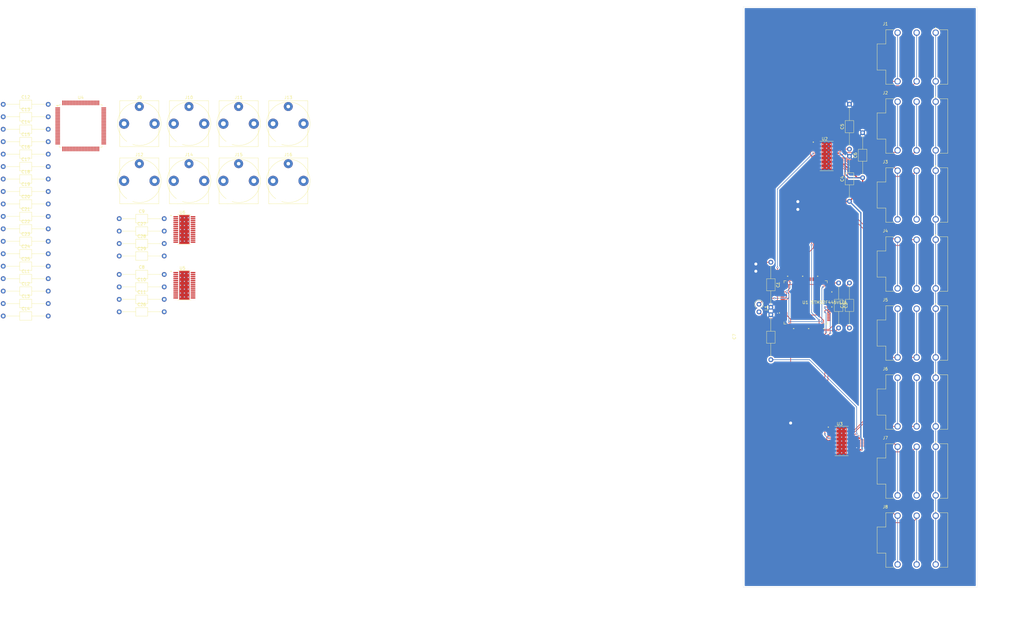
<source format=kicad_pcb>
(kicad_pcb (version 20241229) (generator "pcbnew") (generator_version "9.0")
  (layers (0 "F.Cu" signal) (2 "B.Cu" signal) (13 "F.Paste" user) (15 "B.Paste" user) (5 "F.SilkS" user "F.Silkscreen") (7 "B.SilkS" user "B.Silkscreen") (1 "F.Mask" user) (3 "B.Mask" user) (25 "Edge.Cuts" user))
  (net 0 "")
  (net 1 "GNDA")
  (net 2 "+3.3VA")
  (net 3 "+3.3V")
  (net 4 "Net-(U1C-VCAP_1)")
  (net 5 "Net-(U1C-VCAP_2)")
  (net 6 "+5VA")
  (net 7 "Net-(U2-VCOM)")
  (net 8 "Net-(U3-VCOM)")
  (net 9 "Earth")
  (net 10 "/1L")
  (net 11 "/1R")
  (net 12 "/2R")
  (net 13 "/2L")
  (net 14 "/3L")
  (net 15 "/3R")
  (net 16 "/4R")
  (net 17 "/4L")
  (net 18 "/5L")
  (net 19 "/5R")
  (net 20 "/6R")
  (net 21 "/6L")
  (net 22 "/7R")
  (net 23 "/7L")
  (net 24 "/8L")
  (net 25 "/8R")
  (net 26 "Net-(U1C-VREF+)")
  (net 37 "/SAI1_MCLK_A")
  (net 53 "/SAI1_FS_A")
  (net 91 "Net-(U1A-PD13)")
  (net 101 "/SAI1_SCK_A")
  (net 102 "/SAI1_SD_A")
  (net 107 "Net-(U1A-PD11)")
  (net 109 "/SAI2_MCLK_A")
  (net 110 "Net-(U2-EXP-Pad29)")
  (net 120 "Net-(U3-EXP-Pad29)")
  (net 130 "VCOM")
  (net 131 "GNDD")
  (net 132 "Net-(U4-VCAP_1)")
  (net 133 "Net-(U4-VCAP_2)")
  (net 134 "VREF+")
  (net 135 "NRST")
  (net 136 "/STM32F446VET6/OSC32_IN")
  (net 137 "/STM32F446VET6/OSC32_OUT")
  (net 138 "/STM32F446VET6/OSC_IN")
  (net 139 "/STM32F446VET6/OSC_OUT")
  (net 140 "/NMJ6HCD2_1/6R")
  (net 141 "/NMJ6HCD2_1/6L")
  (net 142 "/NMJ6HCD2_1/7R")
  (net 143 "/NMJ6HCD2_1/7L")
  (net 144 "/NMJ6HCD2_1/8L")
  (net 145 "/NMJ6HCD2_1/8R")
  (net 146 "/NMJ6HCD2_2/5L")
  (net 147 "/NMJ6HCD2_2/5R")
  (net 148 "/NMJ6HCD2_1/5L")
  (net 149 "/NMJ6HCD2_1/5R")
  (net 150 "/NMJ6HCD2_2/6L")
  (net 151 "/NMJ6HCD2_2/6R")
  (net 152 "/NMJ6HCD2_2/7L")
  (net 153 "/NMJ6HCD2_2/7R")
  (net 154 "/NMJ6HCD2_2/8L")
  (net 155 "/NMJ6HCD2_2/8R")
  (net 159 "/STM32F446VET6/SPI1_SCK")
  (net 169 "/STM32F446VET6/SYS_JTMS-SWDIO")
  (net 171 "/PCM1681_1/LRCK")
  (net 173 "/PCM1681_1/SCK")
  (net 177 "/PCM1681_1/BCK")
  (net 186 "/PCM1681_1/DATA1")
  (net 198 "BOOT0")
  (net 199 "/STM32F446VET6/CS")
  (net 204 "/PCM1681_2/BCK")
  (net 207 "/PCM1681_2/LRCK")
  (net 210 "/PCM1681_2/DATA1")
  (net 220 "/PCM1681_2/SCK")
  (net 222 "/STM32F446VET6/SPI1_MOSI")
  (net 227 "/STM32F446VET6/SPI1_MISO")
  (net 230 "/STM32F446VET6/SYS_JTCK-SWCLK")
  (net 234 "Net-(U5-EXP-Pad29)")
  (net 237 "/PCM1681_1/VOUT6")
  (net 239 "/PCM1681_1/VOUT1")
  (net 240 "/PCM1681_1/VOUT4")
  (net 242 "/PCM1681_1/VOUT8")
  (net 245 "/PCM1681_1/VOUT3")
  (net 246 "/PCM1681_1/VOUT2")
  (net 249 "/PCM1681_1/VOUT5")
  (net 251 "/PCM1681_1/VOUT7")
  (net 252 "Net-(U6-EXP-Pad29)")
  (footprint "Capacitor_THT:C_Axial_L3.8mm_D2.6mm_P15.00mm_Horizontal" (layer "F.Cu") (at 41.155 62.125)
    (property "Reference" "C15")
    (property "Value" "100n")
  )
  (footprint "Connector_Audio:Jack_6.35mm_Neutrik_NJ3FD-V_Vertical" (layer "F.Cu") (at 103.065 50.405)
    (property "Reference" "J10")
    (property "Value" "NJ3FD-V")
  )
  (footprint "PCM1681PWP:SOP65P640X120-29N" (layer "F.Cu") (at 320.6 161.9)
    (property "Reference" "U3")
    (property "Value" "PCM1681PWP")
  )
  (footprint "NMJ6HCD2:NEUTRIK_NMJ6HCD2" (layer "F.Cu") (at 345.6 33.9)
    (property "Reference" "J1")
    (property "Value" "NMJ6HCD2")
  )
  (footprint "Capacitor_THT:C_Axial_L3.8mm_D2.6mm_P15.00mm_Horizontal" (layer "F.Cu") (at 41.155 66.275)
    (property "Reference" "C16")
    (property "Value" "100n")
  )
  (footprint "Capacitor_THT:C_Axial_L3.8mm_D2.6mm_P15.00mm_Horizontal" (layer "F.Cu") (at 297 134.8 90)
    (property "Reference" "C7")
    (property "Value" "10u")
  )
  (footprint "Capacitor_THT:C_Axial_L3.8mm_D2.6mm_P15.00mm_Horizontal" (layer "F.Cu") (at 323.2 124.2 90)
    (property "Reference" "C3")
    (property "Value" "4,7u")
  )
  (footprint "Capacitor_THT:C_Axial_L3.8mm_D2.6mm_P15.00mm_Horizontal" (layer "F.Cu") (at 41.155 116.075)
    (property "Reference" "CL3")
    (property "Value" "10p")
  )
  (footprint "Capacitor_THT:C_Axial_L3.8mm_D2.6mm_P15.00mm_Horizontal" (layer "F.Cu") (at 323.2 64.6 90)
    (property "Reference" "C5")
    (property "Value" "10u")
  )
  (footprint "Capacitor_THT:C_Axial_L3.8mm_D2.6mm_P15.00mm_Horizontal" (layer "F.Cu") (at 79.815 91.925)
    (property "Reference" "C27")
    (property "Value" "10u")
  )
  (footprint "Connector_Audio:Jack_6.35mm_Neutrik_NJ3FD-V_Vertical" (layer "F.Cu") (at 119.615 50.405)
    (property "Reference" "J11")
    (property "Value" "NJ3FD-V")
  )
  (footprint "Capacitor_THT:C_Axial_L3.8mm_D2.6mm_P15.00mm_Horizontal" (layer "F.Cu") (at 79.815 114.675)
    (property "Reference" "C11")
    (property "Value" "100n")
  )
  (footprint "Capacitor_THT:C_Axial_L3.8mm_D2.6mm_P15.00mm_Horizontal" (layer "F.Cu") (at 41.155 87.025)
    (property "Reference" "C21")
    (property "Value" "100n")
  )
  (footprint "Package_QFP:LQFP-100_14x14mm_P0.5mm" (layer "F.Cu") (at 66.985 56.855)
    (property "Reference" "U4")
    (property "Value" "STM32F446VETx")
  )
  (footprint "Capacitor_THT:C_Axial_L3.8mm_D2.6mm_P15.00mm_Horizontal" (layer "F.Cu") (at 79.815 118.825)
    (property "Reference" "C26")
    (property "Value" "100n")
  )
  (footprint "Capacitor_THT:C_Axial_L3.8mm_D2.6mm_P15.00mm_Horizontal" (layer "F.Cu") (at 79.815 87.775)
    (property "Reference" "C9")
    (property "Value" "100n")
  )
  (footprint "Connector_Audio:Jack_6.35mm_Neutrik_NJ3FD-V_Vertical" (layer "F.Cu") (at 103.065 69.455)
    (property "Reference" "J14")
    (property "Value" "NJ3FD-V")
  )
  (footprint "Capacitor_THT:C_Axial_L3.8mm_D2.6mm_P15.00mm_Horizontal" (layer "F.Cu") (at 41.155 111.925)
    (property "Reference" "CL2")
    (property "Value" "2p")
  )
  (footprint "NMJ6HCD2:NEUTRIK_NMJ6HCD2" (layer "F.Cu") (at 345.6 79.9)
    (property "Reference" "J3")
    (property "Value" "NMJ6HCD2")
  )
  (footprint "NMJ6HCD2:NEUTRIK_NMJ6HCD2" (layer "F.Cu") (at 345.6 125.9)
    (property "Reference" "J5")
    (property "Value" "NMJ6HCD2")
  )
  (footprint "Capacitor_THT:C_Axial_L3.8mm_D2.6mm_P15.00mm_Horizontal" (layer "F.Cu") (at 41.155 82.875)
    (property "Reference" "C20")
    (property "Value" "100n")
  )
  (footprint "Capacitor_THT:C_Axial_L3.8mm_D2.6mm_P15.00mm_Horizontal" (layer "F.Cu") (at 41.155 120.225)
    (property "Reference" "CL4")
    (property "Value" "10p")
  )
  (footprint "Connector_Audio:Jack_6.35mm_Neutrik_NJ3FD-V_Vertical" (layer "F.Cu") (at 119.615 69.455)
    (property "Reference" "J15")
    (property "Value" "NJ3FD-V")
  )
  (footprint "Inductor_THT:L_Axial_L6.6mm_D2.7mm_P2.54mm_Vertical_Vishay_IM-2" (layer "F.Cu") (at 293.05 116.305 -90)
    (property "Reference" "L1")
    (property "Value" "10u")
  )
  (footprint "Capacitor_THT:C_Axial_L3.8mm_D2.6mm_P15.00mm_Horizontal" (layer "F.Cu") (at 41.155 107.775)
    (property "Reference" "CL1")
    (property "Value" "2p")
  )
  (footprint "Capacitor_THT:C_Axial_L3.8mm_D2.6mm_P15.00mm_Horizontal" (layer "F.Cu") (at 323.2 82 90)
    (property "Reference" "C4")
    (property "Value" "100n")
  )
  (footprint "Capacitor_THT:C_Axial_L3.8mm_D2.6mm_P15.00mm_Horizontal" (layer "F.Cu") (at 41.155 57.975)
    (property "Reference" "C14")
    (property "Value" "4,7u")
  )
  (footprint "Capacitor_THT:C_Axial_L3.8mm_D2.6mm_P15.00mm_Horizontal" (layer "F.Cu") (at 41.155 99.475)
    (property "Reference" "C24")
    (property "Value" "1u")
  )
  (footprint "Capacitor_THT:C_Axial_L3.8mm_D2.6mm_P15.00mm_Horizontal" (layer "F.Cu") (at 41.155 53.825)
    (property "Reference" "C13")
    (property "Value" "4,7u")
  )
  (footprint "PCM1681PWP:SOP65P640X120-29N" (layer "F.Cu") (at 101.53 109.975)
    (property "Reference" "U5")
    (property "Value" "PCM1681PWP")
  )
  (footprint "Capacitor_THT:C_Axial_L3.8mm_D2.6mm_P15.00mm_Horizontal" (layer "F.Cu") (at 41.155 103.625)
    (property "Reference" "C25")
    (property "Value" "100n")
  )
  (footprint "Connector_Audio:Jack_6.35mm_Neutrik_NJ3FD-V_Vertical" (layer "F.Cu") (at 136.165 50.405)
    (property "Reference" "J13")
    (property "Value" "NJ3FD-V")
  )
  (footprint "NMJ6HCD2:NEUTRIK_NMJ6HCD2" (layer "F.Cu") (at 345.6 148.9)
    (property "Reference" "J6")
    (property "Value" "NMJ6HCD2")
  )
  (footprint "NMJ6HCD2:NEUTRIK_NMJ6HCD2" (layer "F.Cu") (at 345.6 194.9)
    (property "Reference" "J8")
    (property "Value" "NMJ6HCD2")
  )
  (footprint "Capacitor_THT:C_Axial_L3.8mm_D2.6mm_P15.00mm_Horizontal" (layer "F.Cu") (at 319.6 109.2 -90)
    (property "Reference" "C2")
    (property "Value" "4,7u")
  )
  (footprint "Capacitor_THT:C_Axial_L3.8mm_D2.6mm_P15.00mm_Horizontal" (layer "F.Cu") (at 327.6 74.15 90)
    (property "Reference" "C6")
    (property "Value" "100n")
  )
  (footprint "Connector_Audio:Jack_6.35mm_Neutrik_NJ3FD-V_Vertical" (layer "F.Cu") (at 136.165 69.455)
    (property "Reference" "J16")
    (property "Value" "NJ3FD-V")
  )
  (footprint "Connector_Audio:Jack_6.35mm_Neutrik_NJ3FD-V_Vertical" (layer "F.Cu") (at 86.515 50.405)
    (property "Reference" "J9")
    (property "Value" "NJ3FD-V")
  )
  (footprint "Capacitor_THT:C_Axial_L3.8mm_D2.6mm_P15.00mm_Horizontal" (layer "F.Cu") (at 297 102.3 -90)
    (property "Reference" "C1")
    (property "Value" "100n")
  )
  (footprint "Capacitor_THT:C_Axial_L3.8mm_D2.6mm_P15.00mm_Horizontal" (layer "F.Cu") (at 41.155 74.575)
    (property "Reference" "C18")
    (property "Value" "100n")
  )
  (footprint "NMJ6HCD2:NEUTRIK_NMJ6HCD2" (layer "F.Cu") (at 345.6 171.9)
    (property "Reference" "J7")
    (property "Value" "NMJ6HCD2")
  )
  (footprint "Capacitor_THT:C_Axial_L3.8mm_D2.6mm_P15.00mm_Horizontal" (layer "F.Cu") (at 79.815 96.075)
    (property "Reference" "C28")
    (property "Value" "100n")
  )
  (footprint "Capacitor_THT:C_Axial_L3.8mm_D2.6mm_P15.00mm_Horizontal" (layer "F.Cu") (at 41.155 91.175)
    (property "Reference" "C22")
    (property "Value" "1u")
  )
  (footprint "Capacitor_THT:C_Axial_L3.8mm_D2.6mm_P15.00mm_Horizontal" (layer "F.Cu") (at 41.155 95.325)
    (property "Reference" "C23")
    (property "Value" "100n")
  )
  (footprint "Capacitor_THT:C_Axial_L3.8mm_D2.6mm_P15.00mm_Horizontal" (layer "F.Cu") (at 79.815 106.375)
    (property "Reference" "C8")
    (property "Value" "10u")
  )
  (footprint "Capacitor_THT:C_Axial_L3.8mm_D2.6mm_P15.00mm_Horizontal" (layer "F.Cu") (at 79.815 100.225)
    (property "Reference" "C29")
    (property "Value" "100n")
  )
  (footprint "Capacitor_THT:C_Axial_L3.8mm_D2.6mm_P15.00mm_Horizontal" (layer "F.Cu") (at 79.815 110.525)
    (property "Reference" "C10")
    (property "Value" "100n")
  )
  (footprint "NMJ6HCD2:NEUTRIK_NMJ6HCD2" (layer "F.Cu") (at 345.6 56.9)
    (property "Reference" "J2")
    (property "Value" "NMJ6HCD2" (hide yes))
  )
  (footprint "NMJ6HCD2:NEUTRIK_NMJ6HCD2" (layer "F.Cu") (at 345.6 102.9)
    (property "Reference" "J4")
    (property "Value" "NMJ6HCD2" (hide yes))
  )
  (footprint "Capacitor_THT:C_Axial_L3.8mm_D2.6mm_P15.00mm_Horizontal" (layer "F.Cu") (at 41.155 78.725)
    (property "Reference" "C19")
    (property "Value" "100n")
  )
  (footprint "STM32F446VET6:LQFP100-14X14MM" (layer "F.Cu") (at 308.6 115.7)
    (property "Reference" "U1")
    (property "Value" "STM32F446VET6")
  )
  (footprint "PCM1681PWP:SOP65P640X120-29N" (layer "F.Cu") (at 101.53 91.375)
    (property "Reference" "U6")
    (property "Value" "PCM1681PWP")
  )
  (footprint "PCM1681PWP:SOP65P640X120-29N" (layer "F.Cu") (at 315.6 66.9)
    (property "Reference" "U2")
    (property "Value" "PCM1681PWP")
  )
  (footprint "Capacitor_THT:C_Axial_L3.8mm_D2.6mm_P15.00mm_Horizontal" (layer "F.Cu") (at 41.155 49.675)
    (property "Reference" "C12")
    (property "Value" "100n")
  )
  (footprint "Connector_Audio:Jack_6.35mm_Neutrik_NJ3FD-V_Vertical" (layer "F.Cu") (at 86.515 69.455)
    (property "Reference" "J12")
    (property "Value" "NJ3FD-V")
  )
  (footprint "Capacitor_THT:C_Axial_L3.8mm_D2.6mm_P15.00mm_Horizontal" (layer "F.Cu") (at 41.155 70.425)
    (property "Reference" "C17")
    (property "Value" "100n")
  )
  (gr_rect (start 287.8 17.1) (end 365.8 210.7) (stroke (width 0.05)) (fill no) (layer "Edge.Cuts"))
  (segment (start 325.425 160.275) (end 323.47 160.275) (width 0.2) (layer "F.Cu") (net 1))
  (segment (start 325.175 164.125) (end 325.125 164.175) (width 0.2) (layer "F.Cu") (net 1))
  (segment (start 321.98995 69.3) (end 320 69.3) (width 0.2) (layer "F.Cu") (net 1))
  (segment (start 325.425 160.275) (end 326.15 160.275) (width 0.2) (layer "F.Cu") (net 1))
  (segment (start 318.47 65.275) (end 320.575 65.275) (width 0.2) (layer "F.Cu") (net 1))
  (segment (start 323.194975 70.505025) (end 321.98995 69.3) (width 0.2) (layer "F.Cu") (net 1))
  (segment (start 320 69.3) (end 319.875 69.175) (width 0.2) (layer "F.Cu") (net 1))
  (segment (start 299.3 119.2) (end 299.2 119.3) (width 0.2) (layer "F.Cu") (net 1))
  (segment (start 300.85 119.2) (end 299.3 119.2) (width 0.2) (layer "F.Cu") (net 1))
  (segment (start 325.6 164.125) (end 325.175 164.125) (width 0.2) (layer "F.Cu") (net 1))
  (segment (start 320.575 65.275) (end 320.6 65.3) (width 0.2) (layer "F.Cu") (net 1))
  (segment (start 325.125 164.175) (end 323.47 164.175) (width 0.2) (layer "F.Cu") (net 1))
  (segment (start 319.875 69.175) (end 318.47 69.175) (width 0.2) (layer "F.Cu") (net 1))
  (segment (start 326.15 160.275) (end 326.2 160.225) (width 0.2) (layer "F.Cu") (net 1))
  (via (at 306 84.7) (size 2) (drill 1) (layers "F.Cu" "B.Cu") (net 1))
  (via (at 326.2 160.225) (size 0.6) (drill 0.3) (layers "F.Cu" "B.Cu") (net 1))
  (via (at 299.2 119.3) (size 0.6) (drill 0.3) (layers "F.Cu" "B.Cu") (net 1))
  (via (at 320.6 65.3) (size 0.6) (drill 0.3) (layers "F.Cu" "B.Cu") (net 1))
  (via (at 292 105.3) (size 2) (drill 1) (layers "F.Cu" "B.Cu") (net 1))
  (via (at 325.6 164.125) (size 0.6) (drill 0.3) (layers "F.Cu" "B.Cu") (net 1))
  (via (at 323.194975 70.505025) (size 0.6) (drill 0.3) (layers "F.Cu" "B.Cu") (net 1))
  (segment (start 326.325 160.35) (end 326.2 160.225) (width 0.2) (layer "B.Cu") (net 1))
  (segment (start 292 102.9) (end 294.91 102.9) (width 0.2) (layer "F.Cu") (net 2))
  (segment (start 314.7 110.2) (end 316.35 110.2) (width 0.2) (layer "F.Cu") (net 2))
  (segment (start 303.1 108.8) (end 303.1 107.95) (width 0.2) (layer "F.Cu") (net 2))
  (segment (start 314.1 123.45) (end 314.1 122.2) (width 0.2) (layer "F.Cu") (net 2))
  (segment (start 303.1 123.45) (end 303.1 122.2) (width 0.2) (layer "F.Cu") (net 2))
  (segment (start 300.85 112.2) (end 302.1 112.2) (width 0.2) (layer "F.Cu") (net 2))
  (segment (start 293.05 116.305) (end 295.055 114.3) (width 0.2) (layer "F.Cu") (net 2))
  (segment (start 301.9 114.2) (end 302.2 113.9) (width 0.2) (layer "F.Cu") (net 2))
  (segment (start 302.2 113.9) (end 302.2 112.1) (width 0.2) (layer "F.Cu") (net 2))
  (segment (start 295.2 114.3) (end 298.2 114.3) (width 0.2) (layer "F.Cu") (net 2))
  (segment (start 303.4 109.1) (end 303.1 108.8) (width 0.2) (layer "F.Cu") (net 2))
  (segment (start 295.055 103.045) (end 295.055 114.3) (width 0.2) (layer "F.Cu") (net 2))
  (segment (start 300.85 114.2) (end 301.9 114.2) (width 0.2) (layer "F.Cu") (net 2))
  (segment (start 295.055 114.3) (end 295.2 114.3) (width 0.2) (layer "F.Cu") (net 2))
  (segment (start 295.8 102.3) (end 295.055 103.045) (width 0.2) (layer "F.Cu") (net 2))
  (segment (start 297 102.3) (end 295.8 102.3) (width 0.2) (layer "F.Cu") (net 2))
  (segment (start 294.91 102.9) (end 295.055 103.045) (width 0.2) (layer "F.Cu") (net 2))
  (segment (start 303.1 122.2) (end 303 122.1) (width 0.2) (layer "F.Cu") (net 2))
  (segment (start 302.1 112.2) (end 302.2 112.1) (width 0.2) (layer "F.Cu") (net 2))
  (segment (start 314.1 122.2) (end 314 122.1) (width 0.2) (layer "F.Cu") (net 2))
  (segment (start 314.4 110.5) (end 314.7 110.2) (width 0.2) (layer "F.Cu") (net 2))
  (via (at 314.4 110.5) (size 0.6) (drill 0.3) (layers "F.Cu" "B.Cu") (net 2))
  (via (at 298.2 114.3) (size 0.6) (drill 0.3) (layers "F.Cu" "B.Cu") (net 2))
  (via (at 303 122.1) (size 0.6) (drill 0.3) (layers "F.Cu" "B.Cu") (net 2))
  (via (at 314 122.1) (size 0.6) (drill 0.3) (layers "F.Cu" "B.Cu") (net 2))
  (via (at 292 102.9) (size 2) (drill 1) (layers "F.Cu" "B.Cu") (net 2))
  (via (at 303.4 109.1) (size 0.6) (drill 0.3) (layers "F.Cu" "B.Cu") (net 2))
  (via (at 302.2 112.1) (size 0.6) (drill 0.3) (layers "F.Cu" "B.Cu") (net 2))
  (segment (start 314 122.1) (end 303 122.1) (width 0.2) (layer "B.Cu") (net 2))
  (segment (start 298.2 114.3) (end 303 114.3) (width 0.2) (layer "B.Cu") (net 2))
  (segment (start 303.4 110.9) (end 303.4 109.1) (width 0.2) (layer "B.Cu") (net 2))
  (segment (start 303 114.3) (end 303 122.1) (width 0.2) (layer "B.Cu") (net 2))
  (segment (start 303 112.9) (end 303 114.3) (width 0.2) (layer "B.Cu") (net 2))
  (segment (start 314 110.9) (end 314.4 110.5) (width 0.2) (layer "B.Cu") (net 2))
  (segment (start 314 122.1) (end 314 110.9) (width 0.2) (layer "B.Cu") (net 2))
  (segment (start 302.2 112.1) (end 303.4 110.9) (width 0.2) (layer "B.Cu") (net 2))
  (segment (start 302.2 112.1) (end 303 112.9) (width 0.2) (layer "B.Cu") (net 2))
  (segment (start 302 115.1) (end 303 114.1) (width 0.2) (layer "F.Cu") (net 3))
  (segment (start 302 115.1) (end 302 118.7) (width 0.2) (layer "F.Cu") (net 3))
  (segment (start 302.5 120.2) (end 303.6 121.3) (width 0.2) (layer "F.Cu") (net 3))
  (segment (start 311.2 68.1) (end 311.425 67.875) (width 0.2) (layer "F.Cu") (net 3))
  (segment (start 312.8 119.9) (end 305 119.9) (width 0.2) (layer "F.Cu") (net 3))
  (segment (start 302 118.7) (end 302.4 119.1) (width 0.2) (layer "F.Cu") (net 3))
  (segment (start 303 109.9) (end 302.6 109.5) (width 0.2) (layer "F.Cu") (net 3))
  (segment (start 314.6 123.45) (end 314.6 124.499) (width 0.2) (layer "F.Cu") (net 3))
  (segment (start 318.6 122.5) (end 319.6 122.5) (width 0.2) (layer "F.Cu") (net 3))
  (segment (start 301.7013 114.7) (end 302 114.9987) (width 0.2) (layer "F.Cu") (net 3))
  (segment (start 302 114.9987) (end 302 115.1) (width 0.2) (layer "F.Cu") (net 3))
  (segment (start 321.5 122.5) (end 323.2 124.2) (width 0.2) (layer "F.Cu") (net 3))
  (segment (start 300.85 114.7) (end 301.7013 114.7) (width 0.2) (layer "F.Cu") (net 3))
  (segment (start 302.6 107.95) (end 302.6 106.1) (width 0.2) (layer "F.Cu") (net 3))
  (segment (start 303.2 109.7) (end 316.35 109.7) (width 0.2) (layer "F.Cu") (net 3))
  (segment (start 302.4 120.1) (end 302.5 120.2) (width 0.2) (layer "F.Cu") (net 3))
  (segment (start 300.85 118.7) (end 302 118.7) (width 0.2) (layer "F.Cu") (net 3))
  (segment (start 314.6 121.7) (end 312.8 119.9) (width 0.2) (layer "F.Cu") (net 3))
  (segment (start 317.8 109.7) (end 318.3 109.2) (width 0.2) (layer "F.Cu") (net 3))
  (segment (start 303.6 121.3) (end 303.6 123.45) (width 0.2) (layer "F.Cu") (net 3))
  (segment (start 303.6 155.9) (end 303.6 150.7) (width 0.2) (layer "F.Cu") (net 3))
  (segment (start 303 109.9) (end 303.2 109.7) (width 0.2) (layer "F.Cu") (net 3))
  (segment (start 319.6 122.5) (end 321.5 122.5) (width 0.2) (layer "F.Cu") (net 3))
  (segment (start 311.2 68.5) (end 311.2 68.1) (width 0.2) (layer "F.Cu") (net 3))
  (segment (start 303.6 150.7) (end 303.6 123.45) (width 0.2) (layer "F.Cu") (net 3))
  (segment (start 302.6 109.5) (end 302.6 107.95) (width 0.2) (layer "F.Cu") (net 3))
  (segment (start 311.225 68.525) (end 311.2 68.5) (width 0.2) (layer "F.Cu") (net 3))
  (segment (start 316.401 124.699) (end 318.6 122.5) (width 0.2) (layer "F.Cu") (net 3))
  (segment (start 314.6 123.45) (end 314.6 121.7) (width 0.2) (layer "F.Cu") (net 3))
  (segment (start 318.3 109.2) (end 319.6 109.2) (width 0.2) (layer "F.Cu") (net 3))
  (segment (start 302.6 106.1) (end 311.2 97.5) (width 0.2) (layer "F.Cu") (net 3))
  (segment (start 303 114.1) (end 303 109.9) (width 0.2) (layer "F.Cu") (net 3))
  (segment (start 315.775 162.875) (end 303.6 150.7) (width 0.2) (layer "F.Cu") (net 3))
  (segment (start 311.425 67.875) (end 312.73 67.875) (width 0.2) (layer "F.Cu") (net 3))
  (segment (start 317.73 162.875) (end 315.775 162.875) (width 0.2) (layer "F.Cu") (net 3))
  (segment (start 302.4 119.1) (end 302.4 120.1) (width 0.2) (layer "F.Cu") (net 3))
  (segment (start 311.2 97.5) (end 311.2 68.5) (width 0.2) (layer "F.Cu") (net 3))
  (segment (start 314.8 124.699) (end 316.401 124.699) (width 0.2) (layer "F.Cu") (net 3))
  (segment (start 314.6 124.499) (end 314.8 124.699) (width 0.2) (layer "F.Cu") (net 3))
  (segment (start 316.35 109.7) (end 317.8 109.7) (width 0.2) (layer "F.Cu") (net 3))
  (segment (start 312.73 68.525) (end 311.225 68.525) (width 0.2) (layer "F.Cu") (net 3))
  (segment (start 300.85 120.2) (end 302.5 120.2) (width 0.2) (layer "F.Cu") (net 3))
  (segment (start 317.73 163.525) (end 317.73 162.875) (width 0.2) (layer "F.Cu") (net 3))
  (segment (start 305 119.9) (end 303.6 121.3) (width 0.2) (layer "F.Cu") (net 3))
  (via (at 303.6 155.9) (size 2) (drill 1) (layers "F.Cu" "B.Cu") (net 3))
  (segment (start 313.8 125.1) (end 313.6 124.9) (width 0.2) (layer "F.Cu") (net 4))
  (segment (start 319.6 124.2) (end 318.7 125.1) (width 0.2) (layer "F.Cu") (net 4))
  (segment (start 313.6 124.9) (end 313.6 123.45) (width 0.2) (layer "F.Cu") (net 4))
  (segment (start 318.7 125.1) (end 313.8 125.1) (width 0.2) (layer "F.Cu") (net 4))
  (segment (start 321.7 110.7) (end 323.2 109.2) (width 0.2) (layer "F.Cu") (net 5))
  (segment (start 316.35 110.7) (end 321.7 110.7) (width 0.2) (layer "F.Cu") (net 5))
  (segment (start 327.6 74.15) (end 327.6 77.6) (width 0.4) (layer "F.Cu") (net 6))
  (segment (start 323.47 160.925) (end 326.975 160.925) (width 0.4) (layer "F.Cu") (net 6))
  (segment (start 327.6 77.6) (end 323.2 82) (width 0.4) (layer "F.Cu") (net 6))
  (segment (start 321.525 69.825) (end 325.85 74.15) (width 0.4) (layer "F.Cu") (net 6))
  (segment (start 326.975 160.925) (end 327 160.9) (width 0.4) (layer "F.Cu") (net 6))
  (segment (start 323.47 164.825) (end 327.275 164.825) (width 0.4) (layer "F.Cu") (net 6))
  (segment (start 325.85 74.15) (end 327.6 74.15) (width 0.4) (layer "F.Cu") (net 6))
  (segment (start 318.47 69.825) (end 321.525 69.825) (width 0.4) (layer "F.Cu") (net 6))
  (segment (start 318.47 65.925) (end 319.975 65.925) (width 0.4) (layer "F.Cu") (net 6))
  (segment (start 327.275 164.825) (end 327.4 164.7) (width 0.4) (layer "F.Cu") (net 6))
  (segment (start 319.975 65.925) (end 320 65.9) (width 0.4) (layer "F.Cu") (net 6))
  (via (at 327.4 164.7) (size 0.6) (drill 0.3) (layers "F.Cu" "B.Cu") (net 6))
  (via (at 306 82.1) (size 2) (drill 1) (layers "F.Cu" "B.Cu") (net 6))
  (via (at 327 160.9) (size 0.6) (drill 0.3) (layers "F.Cu" "B.Cu") (net 6))
  (via (at 320 65.9) (size 0.6) (drill 0.3) (layers "F.Cu" "B.Cu") (net 6))
  (segment (start 321.8 72.9) (end 323.05 74.15) (width 0.4) (layer "B.Cu") (net 6))
  (segment (start 306.1 82) (end 306 82.1) (width 0.4) (layer "B.Cu") (net 6))
  (segment (start 327.4 164.7) (end 327.4 161.3) (width 0.4) (layer "B.Cu") (net 6))
  (segment (start 327 160.9) (end 327 85.8) (width 0.4) (layer "B.Cu") (net 6))
  (segment (start 323.05 74.15) (end 327.6 74.15) (width 0.4) (layer "B.Cu") (net 6))
  (segment (start 320 65.9) (end 321.8 67.7) (width 0.4) (layer "B.Cu") (net 6))
  (segment (start 327.4 161.3) (end 327 160.9) (width 0.4) (layer "B.Cu") (net 6))
  (segment (start 323.2 82) (end 306.1 82) (width 0.4) (layer "B.Cu") (net 6))
  (segment (start 327 85.8) (end 323.2 82) (width 0.4) (layer "B.Cu") (net 6))
  (segment (start 321.8 67.7) (end 321.8 72.9) (width 0.4) (layer "B.Cu") (net 6))
  (segment (start 318.495 64.6) (end 318.47 64.625) (width 0.2) (layer "F.Cu") (net 7))
  (segment (start 323.2 64.6) (end 318.495 64.6) (width 0.2) (layer "F.Cu") (net 7))
  (segment (start 325.475 159.625) (end 325.6 159.5) (width 0.2) (layer "F.Cu") (net 8))
  (segment (start 324.8 159.625) (end 323.47 159.625) (width 0.2) (layer "F.Cu") (net 8))
  (segment (start 324.8 159.625) (end 325.475 159.625) (width 0.2) (layer "F.Cu") (net 8))
  (via (at 325.6 159.5) (size 0.6) (drill 0.3) (layers "F.Cu" "B.Cu") (net 8))
  (segment (start 325.6 159.5) (end 325.6 150.5) (width 0.2) (layer "B.Cu") (net 8))
  (segment (start 325.6 150.5) (end 325 149.9) (width 0.2) (layer "B.Cu") (net 8))
  (segment (start 325 149.9) (end 309.9 134.8) (width 0.2) (layer "B.Cu") (net 8))
  (segment (start 309.9 134.8) (end 297 134.8) (width 0.2) (layer "B.Cu") (net 8))
  (segment (start 351.95 163.785) (end 351.95 180.015) (width 0.2) (layer "B.Cu") (net 9))
  (segment (start 351.95 186.785) (end 351.95 203.015) (width 0.2) (layer "B.Cu") (net 9))
  (segment (start 351.95 48.785) (end 351.95 65.015) (width 0.2) (layer "B.Cu") (net 9))
  (segment (start 351.95 71.785) (end 351.95 88.015) (width 0.2) (layer "B.Cu") (net 9))
  (segment (start 351.95 94.785) (end 351.95 111.015) (width 0.2) (layer "B.Cu") (net 9))
  (segment (start 351.95 25.785) (end 351.95 42.015) (width 0.2) (layer "B.Cu") (net 9))
  (segment (start 351.95 180.015) (end 351.95 186.785) (width 0.2) (layer "B.Cu") (net 9))
  (segment (start 351.95 65.015) (end 351.95 71.785) (width 0.2) (layer "B.Cu") (net 9))
  (segment (start 351.95 157.015) (end 351.95 163.785) (width 0.2) (layer "B.Cu") (net 9))
  (segment (start 351.95 134.015) (end 351.95 117.785) (width 0.2) (layer "B.Cu") (net 9))
  (segment (start 351.95 42.015) (end 351.95 48.785) (width 0.2) (layer "B.Cu") (net 9))
  (segment (start 351.95 134.015) (end 351.95 140.785) (width 0.2) (layer "B.Cu") (net 9))
  (segment (start 351.95 140.785) (end 351.95 157.015) (width 0.2) (layer "B.Cu") (net 9))
  (segment (start 351.95 88.015) (end 351.95 94.785) (width 0.2) (layer "B.Cu") (net 9))
  (segment (start 351.95 111.015) (end 351.95 117.785) (width 0.2) (layer "B.Cu") (net 9))
  (segment (start 325.6 58.3) (end 325.6 47.7) (width 0.2) (layer "F.Cu") (net 10))
  (segment (start 325.6 47.7) (end 331.285 42.015) (width 0.2) (layer "F.Cu") (net 10))
  (segment (start 320.575 63.325) (end 325.6 58.3) (width 0.2) (layer "F.Cu") (net 10))
  (segment (start 318.47 63.325) (end 320.575 63.325) (width 0.2) (layer "F.Cu") (net 10))
  (segment (start 331.285 42.015) (end 339.25 42.015) (width 0.2) (layer "F.Cu") (net 10))
  (segment (start 339.25 42.015) (end 339.25 25.785) (width 0.2) (layer "B.Cu") (net 10))
  (segment (start 320.725 63.975) (end 326.4 58.3) (width 0.2) (layer "F.Cu") (net 11))
  (segment (start 318.47 63.975) (end 320.725 63.975) (width 0.2) (layer "F.Cu") (net 11))
  (segment (start 326.4 58.3) (end 326.4 48.1) (width 0.2) (layer "F.Cu") (net 11))
  (segment (start 344.115 43.5) (end 345.6 42.015) (width 0.2) (layer "F.Cu") (net 11))
  (segment (start 331 43.5) (end 344.115 43.5) (width 0.2) (layer "F.Cu") (net 11))
  (segment (start 326.4 48.1) (end 331 43.5) (width 0.2) (layer "F.Cu") (net 11))
  (segment (start 345.6 42.015) (end 345.6 25.785) (width 0.2) (layer "B.Cu") (net 11))
  (segment (start 331.599 68.101) (end 333 66.7) (width 0.2) (layer "F.Cu") (net 12))
  (segment (start 318.47 67.225) (end 320 67.225) (width 0.2) (layer "F.Cu") (net 12))
  (segment (start 320.275 67.5) (end 322.14295 67.5) (width 0.2) (layer "F.Cu") (net 12))
  (segment (start 322.74395 68.101) (end 331.599 68.101) (width 0.2) (layer "F.Cu") (net 12))
  (segment (start 322.14295 67.5) (end 322.74395 68.101) (width 0.2) (layer "F.Cu") (net 12))
  (segment (start 320 67.225) (end 320.275 67.5) (width 0.2) (layer "F.Cu") (net 12))
  (segment (start 333 66.7) (end 343.915 66.7) (width 0.2) (layer "F.Cu") (net 12))
  (segment (start 343.915 66.7) (end 345.6 65.015) (width 0.2) (layer "F.Cu") (net 12))
  (segment (start 345.6 65.015) (end 345.6 48.785) (width 0.2) (layer "B.Cu") (net 12))
  (segment (start 338.564 65.701) (end 339.25 65.015) (width 0.2) (layer "F.Cu") (net 13))
  (segment (start 318.47 66.575) (end 320.725 66.575) (width 0.2) (layer "F.Cu") (net 13))
  (segment (start 321.599 65.701) (end 338.564 65.701) (width 0.2) (layer "F.Cu") (net 13))
  (segment (start 320.725 66.575) (end 321.599 65.701) (width 0.2) (layer "F.Cu") (net 13))
  (segment (start 339.25 65.015) (end 339.25 48.785) (width 0.2) (layer "B.Cu") (net 13))
  (segment (start 339.25 65.85) (end 339.25 65.015) (width 0.2) (layer "B.Cu") (net 13))
  (segment (start 322.57785 68.502) (end 335.967 68.502) (width 0.2) (layer "F.Cu") (net 14))
  (segment (start 335.967 68.502) (end 339.25 71.785) (width 0.2) (layer "F.Cu") (net 14))
  (segment (start 320.0829 67.875) (end 320.1089 67.901) (width 0.2) (layer "F.Cu") (net 14))
  (segment (start 320.1089 67.901) (end 321.97685 67.901) (width 0.2) (layer "F.Cu") (net 14))
  (segment (start 318.47 67.875) (end 320.0829 67.875) (width 0.2) (layer "F.Cu") (net 14))
  (segment (start 321.97685 67.901) (end 322.57785 68.502) (width 0.2) (layer "F.Cu") (net 14))
  (segment (start 339.25 88.015) (end 339.25 71.785) (width 0.2) (layer "B.Cu") (net 14))
  (segment (start 343.685 73.7) (end 345.6 71.785) (width 0.2) (layer "F.Cu") (net 15))
  (segment (start 322.03375 68.525) (end 323.412775 69.904025) (width 0.2) (layer "F.Cu") (net 15))
  (segment (start 338.6 73.7) (end 343.685 73.7) (width 0.2) (layer "F.Cu") (net 15))
  (segment (start 318.47 68.525) (end 322.03375 68.525) (width 0.2) (layer "F.Cu") (net 15))
  (segment (start 323.412775 69.904025) (end 334.804025 69.904025) (width 0.2) (layer "F.Cu") (net 15))
  (segment (start 334.804025 69.904025) (end 338.6 73.7) (width 0.2) (layer "F.Cu") (net 15))
  (segment (start 345.6 88.015) (end 345.6 71.785) (width 0.2) (layer "B.Cu") (net 15))
  (segment (start 321.6 71.3) (end 321.425 71.125) (width 0.2) (layer "F.Cu") (net 16))
  (segment (start 345.6 94.785) (end 343.515 94.785) (width 0.2) (layer "F.Cu") (net 16))
  (segment (start 343.515 94.785) (end 341.6 96.7) (width 0.2) (layer "F.Cu") (net 16))
  (segment (start 321.425 71.125) (end 318.47 71.125) (width 0.2) (layer "F.Cu") (net 16))
  (segment (start 321.6 84.9) (end 321.6 71.3) (width 0.2) (layer "F.Cu") (net 16))
  (segment (start 341.6 96.7) (end 333.4 96.7) (width 0.2) (layer "F.Cu") (net 16))
  (segment (start 333.4 96.7) (end 321.6 84.9) (width 0.2) (layer "F.Cu") (net 16))
  (segment (start 345.6 111.015) (end 345.6 94.785) (width 0.2) (layer "B.Cu") (net 16))
  (segment (start 322.099 83.999) (end 322.099 80.801) (width 0.2) (layer "F.Cu") (net 17))
  (segment (start 332.599 94.499) (end 322.099 83.999) (width 0.2) (layer "F.Cu") (net 17))
  (segment (start 338.964 94.499) (end 332.599 94.499) (width 0.2) (layer "F.Cu") (net 17))
  (segment (start 321.375 70.475) (end 318.47 70.475) (width 0.2) (layer "F.Cu") (net 17))
  (segment (start 322.099 80.801) (end 322.6 80.3) (width 0.2) (layer "F.Cu") (net 17))
  (segment (start 339.25 94.785) (end 338.964 94.499) (width 0.2) (layer "F.Cu") (net 17))
  (segment (start 322.6 80.3) (end 322.6 71.7) (width 0.2) (layer "F.Cu") (net 17))
  (segment (start 322.6 71.7) (end 321.375 70.475) (width 0.2) (layer "F.Cu") (net 17))
  (segment (start 339.25 111.015) (end 339.25 94.785) (width 0.2) (layer "B.Cu") (net 17))
  (segment (start 334 149.1) (end 334 136.9) (width 0.2) (layer "F.Cu") (net 18))
  (segment (start 334 136.9) (end 336.885 134.015) (width 0.2) (layer "F.Cu") (net 18))
  (segment (start 324.775 158.325) (end 334 149.1) (width 0.2) (layer "F.Cu") (net 18))
  (segment (start 336.885 134.015) (end 339.25 134.015) (width 0.2) (layer "F.Cu") (net 18))
  (segment (start 323.47 158.325) (end 324.775 158.325) (width 0.2) (layer "F.Cu") (net 18))
  (segment (start 339.25 134.015) (end 339.25 117.785) (width 0.2) (layer "B.Cu") (net 18))
  (segment (start 343.485 134.015) (end 345.6 134.015) (width 0.2) (layer "F.Cu") (net 19))
  (segment (start 334.6 149.3) (end 334.6 142.9) (width 0.2) (layer "F.Cu") (net 19))
  (segment (start 334.6 142.9) (end 343.485 134.015) (width 0.2) (layer "F.Cu") (net 19))
  (segment (start 324.925 158.975) (end 334.6 149.3) (width 0.2) (layer "F.Cu") (net 19))
  (segment (start 323.47 158.975) (end 324.925 158.975) (width 0.2) (layer "F.Cu") (net 19))
  (segment (start 345.6 134.015) (end 345.6 117.785) (width 0.2) (layer "B.Cu") (net 19))
  (segment (start 337.275 162.225) (end 342.485 157.015) (width 0.2) (layer "F.Cu") (net 20))
  (segment (start 342.485 157.015) (end 345.6 157.015) (width 0.2) (layer "F.Cu") (net 20))
  (segment (start 323.47 162.225) (end 337.275 162.225) (width 0.2) (layer "F.Cu") (net 20))
  (segment (start 345.6 157.015) (end 345.6 140.785) (width 0.2) (layer "B.Cu") (net 20))
  (segment (start 333.485 157.015) (end 339.25 157.015) (width 0.2) (layer "F.Cu") (net 21))
  (segment (start 328.925 161.575) (end 333.485 157.015) (width 0.2) (layer "F.Cu") (net 21))
  (segment (start 323.47 161.575) (end 328.925 161.575) (width 0.2) (layer "F.Cu") (net 21))
  (segment (start 339.25 157.015) (end 339.25 140.785) (width 0.2) (layer "B.Cu") (net 21))
  (segment (start 334.120603 163.525) (end 336.095603 165.5) (width 0.2) (layer "F.Cu") (net 22))
  (segment (start 336.095603 165.5) (end 343.885 165.5) (width 0.2) (layer "F.Cu") (net 22))
  (segment (start 343.885 165.5) (end 345.6 163.785) (width 0.2) (layer "F.Cu") (net 22))
  (segment (start 323.47 163.525) (end 334.120603 163.525) (width 0.2) (layer "F.Cu") (net 22))
  (segment (start 345.6 180.015) (end 345.6 163.785) (width 0.2) (layer "B.Cu") (net 22))
  (segment (start 338.34 162.875) (end 339.25 163.785) (width 0.2) (layer "F.Cu") (net 23))
  (segment (start 323.47 162.875) (end 338.34 162.875) (width 0.2) (layer "F.Cu") (net 23))
  (segment (start 339.25 180.015) (end 339.25 163.785) (width 0.2) (layer "B.Cu") (net 23))
  (segment (start 325.975 165.475) (end 328.2 167.7) (width 0.2) (layer "F.Cu") (net 24))
  (segment (start 338.685 186.785) (end 339.25 186.785) (width 0.2) (layer "F.Cu") (net 24))
  (segment (start 328.2 176.3) (end 338.685 186.785) (width 0.2) (layer "F.Cu") (net 24))
  (segment (start 323.47 165.475) (end 325.975 165.475) (width 0.2) (layer "F.Cu") (net 24))
  (segment (start 328.2 167.7) (end 328.2 176.3) (width 0.2) (layer "F.Cu") (net 24))
  (segment (start 339.25 203.015) (end 339.25 186.785) (width 0.2) (layer "B.Cu") (net 24))
  (segment (start 337.8 189.1) (end 344.2 189.1) (width 0.2) (layer "F.Cu") (net 25))
  (segment (start 344.2 189.1) (end 345.6 187.7) (width 0.2) (layer "F.Cu") (net 25))
  (segment (start 327 167.9) (end 327 178.3) (width 0.2) (layer "F.Cu") (net 25))
  (segment (start 345.6 187.7) (end 345.6 186.785) (width 0.2) (layer "F.Cu") (net 25))
  (segment (start 323.47 166.125) (end 325.225 166.125) (width 0.2) (layer "F.Cu") (net 25))
  (segment (start 327 178.3) (end 337.8 189.1) (width 0.2) (layer "F.Cu") (net 25))
  (segment (start 325.225 166.125) (end 327 167.9) (width 0.2) (layer "F.Cu") (net 25))
  (segment (start 345.6 203.015) (end 345.6 186.785) (width 0.2) (layer "B.Cu") (net 25))
  (segment (start 298.6 121.1) (end 295.305 121.1) (width 0.2) (layer "F.Cu") (net 26))
  (segment (start 300.85 119.7) (end 300 119.7) (width 0.2) (layer "F.Cu") (net 26))
  (segment (start 295.305 121.1) (end 293.05 118.845) (width 0.2) (layer "F.Cu") (net 26))
  (segment (start 300 119.7) (end 298.6 121.1) (width 0.2) (layer "F.Cu") (net 26))
  (segment (start 316 161.7) (end 315.6 161.3) (width 0.2) (layer "F.Cu") (net 91))
  (segment (start 315.1 117.2) (end 316.35 117.2) (width 0.2) (layer "F.Cu") (net 91))
  (segment (start 316.525 161.575) (end 317.73 161.575) (width 0.2) (layer "F.Cu") (net 91))
  (segment (start 316.025 160.275) (end 316.025 126.675) (width 0.2) (layer "F.Cu") (net 91))
  (segment (start 315 117.3) (end 315.1 117.2) (width 0.2) (layer "F.Cu") (net 91))
  (segment (start 316.4 162.1) (end 316.4 161.7) (width 0.2) (layer "F.Cu") (net 91))
  (segment (start 316.4 161.7) (end 316 161.7) (width 0.2) (layer "F.Cu") (net 91))
  (segment (start 316.525 162.225) (end 316.4 162.1) (width 0.2) (layer "F.Cu") (net 91))
  (segment (start 315.6 161.3) (end 315.6 160.7) (width 0.2) (layer "F.Cu") (net 91))
  (segment (start 315.6 160.7) (end 316.025 160.275) (width 0.2) (layer "F.Cu") (net 91))
  (segment (start 316.025 160.275) (end 317.73 160.275) (width 0.2) (layer "F.Cu") (net 91))
  (segment (start 316.525 161.575) (end 316.4 161.7) (width 0.2) (layer "F.Cu") (net 91))
  (segment (start 316.025 126.675) (end 316.8 125.9) (width 0.2) (layer "F.Cu") (net 91))
  (segment (start 317.73 162.225) (end 316.525 162.225) (width 0.2) (layer "F.Cu") (net 91))
  (via (at 316.8 125.9) (size 0.6) (drill 0.3) (layers "F.Cu" "B.Cu") (net 91))
  (via (at 315 117.3) (size 0.6) (drill 0.3) (layers "F.Cu" "B.Cu") (net 91))
  (segment (start 316.8 125.9) (end 316.8 119.5) (width 0.2) (layer "B.Cu") (net 91))
  (segment (start 315 117.7) (end 315 117.3) (width 0.2) (layer "B.Cu") (net 91))
  (segment (start 316.8 119.5) (end 315 117.7) (width 0.2) (layer "B.Cu") (net 91))
  (segment (start 312.73 67.225) (end 311.525 67.225) (width 0.2) (layer "F.Cu") (net 101))
  (segment (start 311.525 67.225) (end 311.4 67.1) (width 0.2) (layer "F.Cu") (net 101))
  (segment (start 310.625 65.275) (end 312.73 65.275) (width 0.2) (layer "F.Cu") (net 101))
  (segment (start 311.4 67.1) (end 311.4 66.9) (width 0.2) (layer "F.Cu") (net 101))
  (segment (start 310.6 66.9) (end 310.2 66.5) (width 0.2) (layer "F.Cu") (net 101))
  (segment (start 311.4 66.9) (end 310.6 66.9) (width 0.2) (layer "F.Cu") (net 101))
  (segment (start 310.2 65.7) (end 310.625 65.275) (width 0.2) (layer "F.Cu") (net 101))
  (segment (start 311.475 66.575) (end 312.73 66.575) (width 0.2) (layer "F.Cu") (net 101))
  (segment (start 311.4 66.65) (end 311.475 66.575) (width 0.2) (layer "F.Cu") (net 101))
  (segment (start 311.4 66.9) (end 311.4 66.65) (width 0.2) (layer "F.Cu") (net 101))
  (segment (start 313 121.5) (end 313.1 121.6) (width 0.2) (layer "F.Cu") (net 101))
  (segment (start 310.6 66.9) (end 310.6 96.5) (width 0.2) (layer "F.Cu") (net 101))
  (segment (start 313.1 121.6) (end 313.1 123.45) (width 0.2) (layer "F.Cu") (net 101))
  (segment (start 310.2 66.5) (end 310.2 65.7) (width 0.2) (layer "F.Cu") (net 101))
  (via (at 313 121.5) (size 0.6) (drill 0.3) (layers "F.Cu" "B.Cu") (net 101))
  (via (at 310.6 96.5) (size 0.6) (drill 0.3) (layers "F.Cu" "B.Cu") (net 101))
  (segment (start 310.6 96.5) (end 310.6 118.1) (width 0.2) (layer "B.Cu") (net 101))
  (segment (start 310.6 119.1) (end 313 121.5) (width 0.2) (layer "B.Cu") (net 101))
  (segment (start 310.6 118.1) (end 310.6 119.1) (width 0.2) (layer "B.Cu") (net 101))
  (segment (start 299.2 104.1) (end 299.2 116.9) (width 0.2) (layer "F.Cu") (net 102))
  (segment (start 299.5 117.2) (end 300.85 117.2) (width 0.2) (layer "F.Cu") (net 102))
  (segment (start 312.73 65.925) (end 311.175 65.925) (width 0.2) (layer "F.Cu") (net 102))
  (segment (start 299.2 116.9) (end 299.5 117.2) (width 0.2) (layer "F.Cu") (net 102))
  (segment (start 311.175 65.925) (end 311 66.1) (width 0.2) (layer "F.Cu") (net 102))
  (via (at 299.2 104.1) (size 0.6) (drill 0.3) (layers "F.Cu" "B.Cu") (net 102))
  (via (at 311 66.1) (size 0.6) (drill 0.3) (layers "F.Cu" "B.Cu") (net 102))
  (segment (start 311 66.1) (end 309.8 67.3) (width 0.2) (layer "B.Cu") (net 102))
  (segment (start 299.2 77.9) (end 299.2 104.1) (width 0.2) (layer "B.Cu") (net 102))
  (segment (start 309.8 67.3) (end 299.2 77.9) (width 0.2) (layer "B.Cu") (net 102))
  (segment (start 315 118.5) (end 315.3 118.2) (width 0.2) (layer "F.Cu") (net 107))
  (segment (start 315.3 118.2) (end 316.35 118.2) (width 0.2) (layer "F.Cu") (net 107))
  (segment (start 317.729265 160.924265) (end 317.73 160.925) (width 0.2) (layer "F.Cu") (net 107))
  (segment (start 315 118.9) (end 315 118.5) (width 0.2) (layer "F.Cu") (net 107))
  (segment (start 315.2 126.1) (end 315.4 125.9) (width 0.2) (layer "F.Cu") (net 107))
  (segment (start 316.224265 160.924265) (end 317.729265 160.924265) (width 0.2) (layer "F.Cu") (net 107))
  (segment (start 315.4 125.9) (end 315.4 125.7) (width 0.2) (layer "F.Cu") (net 107))
  (segment (start 315 159.5) (end 315 126.3) (width 0.2) (layer "F.Cu") (net 107))
  (segment (start 315 126.3) (end 315.2 126.1) (width 0.2) (layer "F.Cu") (net 107))
  (via (at 315.4 125.7) (size 0.6) (drill 0.3) (layers "F.Cu" "B.Cu") (net 107))
  (via (at 316.224265 160.924265) (size 0.6) (drill 0.3) (layers "F.Cu" "B.Cu") (net 107))
  (via (at 315 159.5) (size 0.6) (drill 0.3) (layers "F.Cu" "B.Cu") (net 107))
  (via (at 315 118.9) (size 0.6) (drill 0.3) (layers "F.Cu" "B.Cu") (net 107))
  (segment (start 316.1 161) (end 315 159.9) (width 0.2) (layer "B.Cu") (net 107))
  (segment (start 315.4 125.7) (end 315.4 119.3) (width 0.2) (layer "B.Cu") (net 107))
  (segment (start 316.1 161) (end 316.14853 161) (width 0.2) (layer "B.Cu") (net 107))
  (segment (start 316.14853 161) (end 316.224265 160.924265) (width 0.2) (layer "B.Cu") (net 107))
  (segment (start 315 159.9) (end 315 159.5) (width 0.2) (layer "B.Cu") (net 107))
  (segment (start 315.4 119.3) (end 315 118.9) (width 0.2) (layer "B.Cu") (net 107))
  (zone (net 1) (net_name "GNDA") (layer "B.Cu") (connect_pads (clearance 0.5)) (min_thickness 0.25) (fill yes (thermal_gap 0.5) (thermal_bridge_width 0.5))
    (polygon (pts (xy 381.4 64.1) (xy 376.6 20.1) (xy 372.4 15.5) (xy 281.2 14.9) (xy 278.4 137.1) (xy 284.8 223.5) (xy 363.2 228.3) (xy 381 177.5) (xy 379.4 84.3)))
  )
)
</source>
